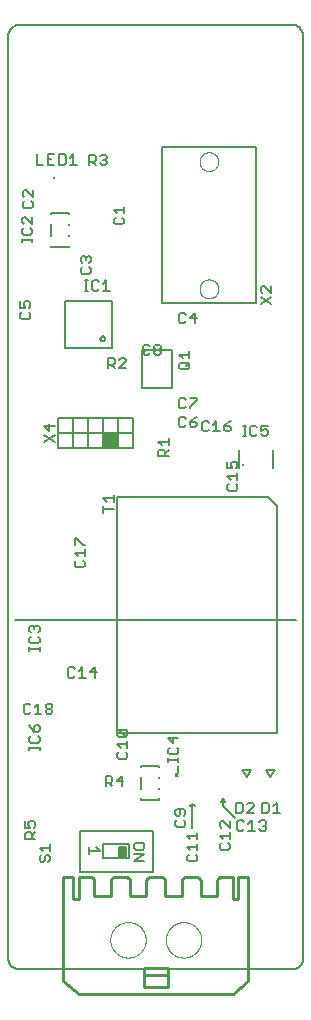
<source format=gto>
G75*
%MOIN*%
%OFA0B0*%
%FSLAX25Y25*%
%IPPOS*%
%LPD*%
%AMOC8*
5,1,8,0,0,1.08239X$1,22.5*
%
%ADD10C,0.00787*%
%ADD11C,0.00500*%
%ADD12C,0.00000*%
%ADD13C,0.00600*%
%ADD14C,0.01000*%
%ADD15R,0.05000X0.05000*%
%ADD16C,0.00787*%
%ADD17R,0.00787X0.00787*%
D10*
X0007362Y0126303D02*
X0101063Y0126303D01*
X0076654Y0064098D02*
X0080591Y0060161D01*
X0077441Y0065673D02*
X0076654Y0066461D01*
X0075866Y0065673D01*
X0076654Y0066461D02*
X0076654Y0064098D01*
X0067205Y0064098D02*
X0066417Y0064886D01*
X0065630Y0064098D01*
X0066417Y0064886D02*
X0066417Y0057012D01*
X0061693Y0074335D02*
X0060906Y0074335D01*
X0060906Y0075122D01*
X0061693Y0075122D02*
X0060906Y0074335D01*
X0061693Y0075122D02*
X0061693Y0077484D01*
X0056181Y0231815D02*
X0056181Y0283783D01*
X0087677Y0283783D01*
X0087677Y0231815D01*
X0056181Y0231815D01*
D11*
X0005000Y0320791D02*
X0005000Y0013705D01*
X0005002Y0013581D01*
X0005008Y0013458D01*
X0005017Y0013334D01*
X0005031Y0013212D01*
X0005048Y0013089D01*
X0005070Y0012967D01*
X0005095Y0012846D01*
X0005124Y0012726D01*
X0005156Y0012607D01*
X0005193Y0012488D01*
X0005233Y0012371D01*
X0005276Y0012256D01*
X0005324Y0012141D01*
X0005375Y0012029D01*
X0005429Y0011918D01*
X0005487Y0011808D01*
X0005548Y0011701D01*
X0005613Y0011595D01*
X0005681Y0011492D01*
X0005752Y0011391D01*
X0005826Y0011292D01*
X0005903Y0011195D01*
X0005984Y0011101D01*
X0006067Y0011010D01*
X0006153Y0010921D01*
X0006242Y0010835D01*
X0006333Y0010752D01*
X0006427Y0010671D01*
X0006524Y0010594D01*
X0006623Y0010520D01*
X0006724Y0010449D01*
X0006827Y0010381D01*
X0006933Y0010316D01*
X0007040Y0010255D01*
X0007150Y0010197D01*
X0007261Y0010143D01*
X0007373Y0010092D01*
X0007488Y0010044D01*
X0007603Y0010001D01*
X0007720Y0009961D01*
X0007839Y0009924D01*
X0007958Y0009892D01*
X0008078Y0009863D01*
X0008199Y0009838D01*
X0008321Y0009816D01*
X0008444Y0009799D01*
X0008566Y0009785D01*
X0008690Y0009776D01*
X0008813Y0009770D01*
X0008937Y0009768D01*
X0099488Y0009768D01*
X0099612Y0009770D01*
X0099735Y0009776D01*
X0099859Y0009785D01*
X0099981Y0009799D01*
X0100104Y0009816D01*
X0100226Y0009838D01*
X0100347Y0009863D01*
X0100467Y0009892D01*
X0100586Y0009924D01*
X0100705Y0009961D01*
X0100822Y0010001D01*
X0100937Y0010044D01*
X0101052Y0010092D01*
X0101164Y0010143D01*
X0101275Y0010197D01*
X0101385Y0010255D01*
X0101492Y0010316D01*
X0101598Y0010381D01*
X0101701Y0010449D01*
X0101802Y0010520D01*
X0101901Y0010594D01*
X0101998Y0010671D01*
X0102092Y0010752D01*
X0102183Y0010835D01*
X0102272Y0010921D01*
X0102358Y0011010D01*
X0102441Y0011101D01*
X0102522Y0011195D01*
X0102599Y0011292D01*
X0102673Y0011391D01*
X0102744Y0011492D01*
X0102812Y0011595D01*
X0102877Y0011701D01*
X0102938Y0011808D01*
X0102996Y0011918D01*
X0103050Y0012029D01*
X0103101Y0012141D01*
X0103149Y0012256D01*
X0103192Y0012371D01*
X0103232Y0012488D01*
X0103269Y0012607D01*
X0103301Y0012726D01*
X0103330Y0012846D01*
X0103355Y0012967D01*
X0103377Y0013089D01*
X0103394Y0013212D01*
X0103408Y0013334D01*
X0103417Y0013458D01*
X0103423Y0013581D01*
X0103425Y0013705D01*
X0103425Y0320791D01*
X0103423Y0320915D01*
X0103417Y0321038D01*
X0103408Y0321162D01*
X0103394Y0321284D01*
X0103377Y0321407D01*
X0103355Y0321529D01*
X0103330Y0321650D01*
X0103301Y0321770D01*
X0103269Y0321889D01*
X0103232Y0322008D01*
X0103192Y0322125D01*
X0103149Y0322240D01*
X0103101Y0322355D01*
X0103050Y0322467D01*
X0102996Y0322578D01*
X0102938Y0322688D01*
X0102877Y0322795D01*
X0102812Y0322901D01*
X0102744Y0323004D01*
X0102673Y0323105D01*
X0102599Y0323204D01*
X0102522Y0323301D01*
X0102441Y0323395D01*
X0102358Y0323486D01*
X0102272Y0323575D01*
X0102183Y0323661D01*
X0102092Y0323744D01*
X0101998Y0323825D01*
X0101901Y0323902D01*
X0101802Y0323976D01*
X0101701Y0324047D01*
X0101598Y0324115D01*
X0101492Y0324180D01*
X0101385Y0324241D01*
X0101275Y0324299D01*
X0101164Y0324353D01*
X0101052Y0324404D01*
X0100937Y0324452D01*
X0100822Y0324495D01*
X0100705Y0324535D01*
X0100586Y0324572D01*
X0100467Y0324604D01*
X0100347Y0324633D01*
X0100226Y0324658D01*
X0100104Y0324680D01*
X0099981Y0324697D01*
X0099859Y0324711D01*
X0099735Y0324720D01*
X0099612Y0324726D01*
X0099488Y0324728D01*
X0008937Y0324728D01*
X0008813Y0324726D01*
X0008690Y0324720D01*
X0008566Y0324711D01*
X0008444Y0324697D01*
X0008321Y0324680D01*
X0008199Y0324658D01*
X0008078Y0324633D01*
X0007958Y0324604D01*
X0007839Y0324572D01*
X0007720Y0324535D01*
X0007603Y0324495D01*
X0007488Y0324452D01*
X0007373Y0324404D01*
X0007261Y0324353D01*
X0007150Y0324299D01*
X0007040Y0324241D01*
X0006933Y0324180D01*
X0006827Y0324115D01*
X0006724Y0324047D01*
X0006623Y0323976D01*
X0006524Y0323902D01*
X0006427Y0323825D01*
X0006333Y0323744D01*
X0006242Y0323661D01*
X0006153Y0323575D01*
X0006067Y0323486D01*
X0005984Y0323395D01*
X0005903Y0323301D01*
X0005826Y0323204D01*
X0005752Y0323105D01*
X0005681Y0323004D01*
X0005613Y0322901D01*
X0005548Y0322795D01*
X0005487Y0322688D01*
X0005429Y0322578D01*
X0005375Y0322467D01*
X0005324Y0322355D01*
X0005276Y0322240D01*
X0005233Y0322125D01*
X0005193Y0322008D01*
X0005156Y0321889D01*
X0005124Y0321770D01*
X0005095Y0321650D01*
X0005070Y0321529D01*
X0005048Y0321407D01*
X0005031Y0321284D01*
X0005017Y0321162D01*
X0005008Y0321038D01*
X0005002Y0320915D01*
X0005000Y0320791D01*
X0023898Y0232602D02*
X0039646Y0232602D01*
X0039646Y0216854D01*
X0023898Y0216854D01*
X0023898Y0232602D01*
X0035709Y0220004D02*
X0035711Y0220060D01*
X0035717Y0220115D01*
X0035727Y0220169D01*
X0035740Y0220223D01*
X0035758Y0220276D01*
X0035779Y0220327D01*
X0035803Y0220377D01*
X0035831Y0220425D01*
X0035863Y0220471D01*
X0035897Y0220515D01*
X0035935Y0220556D01*
X0035975Y0220594D01*
X0036018Y0220629D01*
X0036063Y0220661D01*
X0036111Y0220690D01*
X0036160Y0220716D01*
X0036211Y0220738D01*
X0036263Y0220756D01*
X0036317Y0220770D01*
X0036372Y0220781D01*
X0036427Y0220788D01*
X0036482Y0220791D01*
X0036538Y0220790D01*
X0036593Y0220785D01*
X0036648Y0220776D01*
X0036702Y0220764D01*
X0036755Y0220747D01*
X0036807Y0220727D01*
X0036857Y0220703D01*
X0036905Y0220676D01*
X0036952Y0220646D01*
X0036996Y0220612D01*
X0037038Y0220575D01*
X0037076Y0220535D01*
X0037113Y0220493D01*
X0037146Y0220448D01*
X0037175Y0220402D01*
X0037202Y0220353D01*
X0037224Y0220302D01*
X0037244Y0220250D01*
X0037259Y0220196D01*
X0037271Y0220142D01*
X0037279Y0220087D01*
X0037283Y0220032D01*
X0037283Y0219976D01*
X0037279Y0219921D01*
X0037271Y0219866D01*
X0037259Y0219812D01*
X0037244Y0219758D01*
X0037224Y0219706D01*
X0037202Y0219655D01*
X0037175Y0219606D01*
X0037146Y0219560D01*
X0037113Y0219515D01*
X0037076Y0219473D01*
X0037038Y0219433D01*
X0036996Y0219396D01*
X0036952Y0219362D01*
X0036905Y0219332D01*
X0036857Y0219305D01*
X0036807Y0219281D01*
X0036755Y0219261D01*
X0036702Y0219244D01*
X0036648Y0219232D01*
X0036593Y0219223D01*
X0036538Y0219218D01*
X0036482Y0219217D01*
X0036427Y0219220D01*
X0036372Y0219227D01*
X0036317Y0219238D01*
X0036263Y0219252D01*
X0036211Y0219270D01*
X0036160Y0219292D01*
X0036111Y0219318D01*
X0036063Y0219347D01*
X0036018Y0219379D01*
X0035975Y0219414D01*
X0035935Y0219452D01*
X0035897Y0219493D01*
X0035863Y0219537D01*
X0035831Y0219583D01*
X0035803Y0219631D01*
X0035779Y0219681D01*
X0035758Y0219732D01*
X0035740Y0219785D01*
X0035727Y0219839D01*
X0035717Y0219893D01*
X0035711Y0219948D01*
X0035709Y0220004D01*
X0036768Y0193508D02*
X0031768Y0193508D01*
X0031768Y0183508D01*
X0026768Y0183508D01*
X0026768Y0193508D01*
X0031768Y0193508D01*
X0031768Y0183508D02*
X0036768Y0183508D01*
X0036768Y0193508D01*
X0041768Y0193508D01*
X0041768Y0183508D01*
X0036768Y0183508D01*
X0041768Y0183508D02*
X0046768Y0183508D01*
X0046768Y0188508D01*
X0021768Y0188508D01*
X0021768Y0193508D01*
X0026768Y0193508D01*
X0026768Y0183508D02*
X0021768Y0183508D01*
X0021768Y0188508D01*
X0041768Y0193508D02*
X0046768Y0193508D01*
X0046768Y0188508D01*
X0049685Y0203469D02*
X0049685Y0214689D01*
X0051063Y0216067D01*
X0059528Y0216067D01*
X0059528Y0203469D01*
X0049685Y0203469D01*
X0049685Y0214689D02*
X0049685Y0216067D01*
X0051063Y0216067D01*
X0041417Y0167248D02*
X0091614Y0167248D01*
X0094567Y0164295D01*
X0094567Y0088508D01*
X0041417Y0088508D01*
X0041417Y0167248D01*
X0053425Y0055988D02*
X0029016Y0055988D01*
X0029016Y0042287D01*
X0053425Y0042287D01*
X0053425Y0055988D01*
X0045157Y0051500D02*
X0045157Y0046776D01*
X0036496Y0046776D01*
X0036496Y0051500D01*
X0045157Y0051500D01*
X0044370Y0050713D02*
X0042008Y0050713D01*
X0042008Y0047563D01*
X0044370Y0047563D01*
X0044370Y0050713D01*
X0044370Y0050646D02*
X0042008Y0050646D01*
X0042008Y0050147D02*
X0044370Y0050147D01*
X0044370Y0049649D02*
X0042008Y0049649D01*
X0042008Y0049150D02*
X0044370Y0049150D01*
X0044370Y0048652D02*
X0042008Y0048652D01*
X0042008Y0048153D02*
X0044370Y0048153D01*
X0044370Y0047655D02*
X0042008Y0047655D01*
D12*
X0039055Y0019610D02*
X0039057Y0019763D01*
X0039063Y0019917D01*
X0039073Y0020070D01*
X0039087Y0020222D01*
X0039105Y0020375D01*
X0039127Y0020526D01*
X0039152Y0020677D01*
X0039182Y0020828D01*
X0039216Y0020978D01*
X0039253Y0021126D01*
X0039294Y0021274D01*
X0039339Y0021420D01*
X0039388Y0021566D01*
X0039441Y0021710D01*
X0039497Y0021852D01*
X0039557Y0021993D01*
X0039621Y0022133D01*
X0039688Y0022271D01*
X0039759Y0022407D01*
X0039834Y0022541D01*
X0039911Y0022673D01*
X0039993Y0022803D01*
X0040077Y0022931D01*
X0040165Y0023057D01*
X0040256Y0023180D01*
X0040350Y0023301D01*
X0040448Y0023419D01*
X0040548Y0023535D01*
X0040652Y0023648D01*
X0040758Y0023759D01*
X0040867Y0023867D01*
X0040979Y0023972D01*
X0041093Y0024073D01*
X0041211Y0024172D01*
X0041330Y0024268D01*
X0041452Y0024361D01*
X0041577Y0024450D01*
X0041704Y0024537D01*
X0041833Y0024619D01*
X0041964Y0024699D01*
X0042097Y0024775D01*
X0042232Y0024848D01*
X0042369Y0024917D01*
X0042508Y0024982D01*
X0042648Y0025044D01*
X0042790Y0025102D01*
X0042933Y0025157D01*
X0043078Y0025208D01*
X0043224Y0025255D01*
X0043371Y0025298D01*
X0043519Y0025337D01*
X0043668Y0025373D01*
X0043818Y0025404D01*
X0043969Y0025432D01*
X0044120Y0025456D01*
X0044273Y0025476D01*
X0044425Y0025492D01*
X0044578Y0025504D01*
X0044731Y0025512D01*
X0044884Y0025516D01*
X0045038Y0025516D01*
X0045191Y0025512D01*
X0045344Y0025504D01*
X0045497Y0025492D01*
X0045649Y0025476D01*
X0045802Y0025456D01*
X0045953Y0025432D01*
X0046104Y0025404D01*
X0046254Y0025373D01*
X0046403Y0025337D01*
X0046551Y0025298D01*
X0046698Y0025255D01*
X0046844Y0025208D01*
X0046989Y0025157D01*
X0047132Y0025102D01*
X0047274Y0025044D01*
X0047414Y0024982D01*
X0047553Y0024917D01*
X0047690Y0024848D01*
X0047825Y0024775D01*
X0047958Y0024699D01*
X0048089Y0024619D01*
X0048218Y0024537D01*
X0048345Y0024450D01*
X0048470Y0024361D01*
X0048592Y0024268D01*
X0048711Y0024172D01*
X0048829Y0024073D01*
X0048943Y0023972D01*
X0049055Y0023867D01*
X0049164Y0023759D01*
X0049270Y0023648D01*
X0049374Y0023535D01*
X0049474Y0023419D01*
X0049572Y0023301D01*
X0049666Y0023180D01*
X0049757Y0023057D01*
X0049845Y0022931D01*
X0049929Y0022803D01*
X0050011Y0022673D01*
X0050088Y0022541D01*
X0050163Y0022407D01*
X0050234Y0022271D01*
X0050301Y0022133D01*
X0050365Y0021993D01*
X0050425Y0021852D01*
X0050481Y0021710D01*
X0050534Y0021566D01*
X0050583Y0021420D01*
X0050628Y0021274D01*
X0050669Y0021126D01*
X0050706Y0020978D01*
X0050740Y0020828D01*
X0050770Y0020677D01*
X0050795Y0020526D01*
X0050817Y0020375D01*
X0050835Y0020222D01*
X0050849Y0020070D01*
X0050859Y0019917D01*
X0050865Y0019763D01*
X0050867Y0019610D01*
X0050865Y0019457D01*
X0050859Y0019303D01*
X0050849Y0019150D01*
X0050835Y0018998D01*
X0050817Y0018845D01*
X0050795Y0018694D01*
X0050770Y0018543D01*
X0050740Y0018392D01*
X0050706Y0018242D01*
X0050669Y0018094D01*
X0050628Y0017946D01*
X0050583Y0017800D01*
X0050534Y0017654D01*
X0050481Y0017510D01*
X0050425Y0017368D01*
X0050365Y0017227D01*
X0050301Y0017087D01*
X0050234Y0016949D01*
X0050163Y0016813D01*
X0050088Y0016679D01*
X0050011Y0016547D01*
X0049929Y0016417D01*
X0049845Y0016289D01*
X0049757Y0016163D01*
X0049666Y0016040D01*
X0049572Y0015919D01*
X0049474Y0015801D01*
X0049374Y0015685D01*
X0049270Y0015572D01*
X0049164Y0015461D01*
X0049055Y0015353D01*
X0048943Y0015248D01*
X0048829Y0015147D01*
X0048711Y0015048D01*
X0048592Y0014952D01*
X0048470Y0014859D01*
X0048345Y0014770D01*
X0048218Y0014683D01*
X0048089Y0014601D01*
X0047958Y0014521D01*
X0047825Y0014445D01*
X0047690Y0014372D01*
X0047553Y0014303D01*
X0047414Y0014238D01*
X0047274Y0014176D01*
X0047132Y0014118D01*
X0046989Y0014063D01*
X0046844Y0014012D01*
X0046698Y0013965D01*
X0046551Y0013922D01*
X0046403Y0013883D01*
X0046254Y0013847D01*
X0046104Y0013816D01*
X0045953Y0013788D01*
X0045802Y0013764D01*
X0045649Y0013744D01*
X0045497Y0013728D01*
X0045344Y0013716D01*
X0045191Y0013708D01*
X0045038Y0013704D01*
X0044884Y0013704D01*
X0044731Y0013708D01*
X0044578Y0013716D01*
X0044425Y0013728D01*
X0044273Y0013744D01*
X0044120Y0013764D01*
X0043969Y0013788D01*
X0043818Y0013816D01*
X0043668Y0013847D01*
X0043519Y0013883D01*
X0043371Y0013922D01*
X0043224Y0013965D01*
X0043078Y0014012D01*
X0042933Y0014063D01*
X0042790Y0014118D01*
X0042648Y0014176D01*
X0042508Y0014238D01*
X0042369Y0014303D01*
X0042232Y0014372D01*
X0042097Y0014445D01*
X0041964Y0014521D01*
X0041833Y0014601D01*
X0041704Y0014683D01*
X0041577Y0014770D01*
X0041452Y0014859D01*
X0041330Y0014952D01*
X0041211Y0015048D01*
X0041093Y0015147D01*
X0040979Y0015248D01*
X0040867Y0015353D01*
X0040758Y0015461D01*
X0040652Y0015572D01*
X0040548Y0015685D01*
X0040448Y0015801D01*
X0040350Y0015919D01*
X0040256Y0016040D01*
X0040165Y0016163D01*
X0040077Y0016289D01*
X0039993Y0016417D01*
X0039911Y0016547D01*
X0039834Y0016679D01*
X0039759Y0016813D01*
X0039688Y0016949D01*
X0039621Y0017087D01*
X0039557Y0017227D01*
X0039497Y0017368D01*
X0039441Y0017510D01*
X0039388Y0017654D01*
X0039339Y0017800D01*
X0039294Y0017946D01*
X0039253Y0018094D01*
X0039216Y0018242D01*
X0039182Y0018392D01*
X0039152Y0018543D01*
X0039127Y0018694D01*
X0039105Y0018845D01*
X0039087Y0018998D01*
X0039073Y0019150D01*
X0039063Y0019303D01*
X0039057Y0019457D01*
X0039055Y0019610D01*
X0057559Y0019610D02*
X0057561Y0019763D01*
X0057567Y0019917D01*
X0057577Y0020070D01*
X0057591Y0020222D01*
X0057609Y0020375D01*
X0057631Y0020526D01*
X0057656Y0020677D01*
X0057686Y0020828D01*
X0057720Y0020978D01*
X0057757Y0021126D01*
X0057798Y0021274D01*
X0057843Y0021420D01*
X0057892Y0021566D01*
X0057945Y0021710D01*
X0058001Y0021852D01*
X0058061Y0021993D01*
X0058125Y0022133D01*
X0058192Y0022271D01*
X0058263Y0022407D01*
X0058338Y0022541D01*
X0058415Y0022673D01*
X0058497Y0022803D01*
X0058581Y0022931D01*
X0058669Y0023057D01*
X0058760Y0023180D01*
X0058854Y0023301D01*
X0058952Y0023419D01*
X0059052Y0023535D01*
X0059156Y0023648D01*
X0059262Y0023759D01*
X0059371Y0023867D01*
X0059483Y0023972D01*
X0059597Y0024073D01*
X0059715Y0024172D01*
X0059834Y0024268D01*
X0059956Y0024361D01*
X0060081Y0024450D01*
X0060208Y0024537D01*
X0060337Y0024619D01*
X0060468Y0024699D01*
X0060601Y0024775D01*
X0060736Y0024848D01*
X0060873Y0024917D01*
X0061012Y0024982D01*
X0061152Y0025044D01*
X0061294Y0025102D01*
X0061437Y0025157D01*
X0061582Y0025208D01*
X0061728Y0025255D01*
X0061875Y0025298D01*
X0062023Y0025337D01*
X0062172Y0025373D01*
X0062322Y0025404D01*
X0062473Y0025432D01*
X0062624Y0025456D01*
X0062777Y0025476D01*
X0062929Y0025492D01*
X0063082Y0025504D01*
X0063235Y0025512D01*
X0063388Y0025516D01*
X0063542Y0025516D01*
X0063695Y0025512D01*
X0063848Y0025504D01*
X0064001Y0025492D01*
X0064153Y0025476D01*
X0064306Y0025456D01*
X0064457Y0025432D01*
X0064608Y0025404D01*
X0064758Y0025373D01*
X0064907Y0025337D01*
X0065055Y0025298D01*
X0065202Y0025255D01*
X0065348Y0025208D01*
X0065493Y0025157D01*
X0065636Y0025102D01*
X0065778Y0025044D01*
X0065918Y0024982D01*
X0066057Y0024917D01*
X0066194Y0024848D01*
X0066329Y0024775D01*
X0066462Y0024699D01*
X0066593Y0024619D01*
X0066722Y0024537D01*
X0066849Y0024450D01*
X0066974Y0024361D01*
X0067096Y0024268D01*
X0067215Y0024172D01*
X0067333Y0024073D01*
X0067447Y0023972D01*
X0067559Y0023867D01*
X0067668Y0023759D01*
X0067774Y0023648D01*
X0067878Y0023535D01*
X0067978Y0023419D01*
X0068076Y0023301D01*
X0068170Y0023180D01*
X0068261Y0023057D01*
X0068349Y0022931D01*
X0068433Y0022803D01*
X0068515Y0022673D01*
X0068592Y0022541D01*
X0068667Y0022407D01*
X0068738Y0022271D01*
X0068805Y0022133D01*
X0068869Y0021993D01*
X0068929Y0021852D01*
X0068985Y0021710D01*
X0069038Y0021566D01*
X0069087Y0021420D01*
X0069132Y0021274D01*
X0069173Y0021126D01*
X0069210Y0020978D01*
X0069244Y0020828D01*
X0069274Y0020677D01*
X0069299Y0020526D01*
X0069321Y0020375D01*
X0069339Y0020222D01*
X0069353Y0020070D01*
X0069363Y0019917D01*
X0069369Y0019763D01*
X0069371Y0019610D01*
X0069369Y0019457D01*
X0069363Y0019303D01*
X0069353Y0019150D01*
X0069339Y0018998D01*
X0069321Y0018845D01*
X0069299Y0018694D01*
X0069274Y0018543D01*
X0069244Y0018392D01*
X0069210Y0018242D01*
X0069173Y0018094D01*
X0069132Y0017946D01*
X0069087Y0017800D01*
X0069038Y0017654D01*
X0068985Y0017510D01*
X0068929Y0017368D01*
X0068869Y0017227D01*
X0068805Y0017087D01*
X0068738Y0016949D01*
X0068667Y0016813D01*
X0068592Y0016679D01*
X0068515Y0016547D01*
X0068433Y0016417D01*
X0068349Y0016289D01*
X0068261Y0016163D01*
X0068170Y0016040D01*
X0068076Y0015919D01*
X0067978Y0015801D01*
X0067878Y0015685D01*
X0067774Y0015572D01*
X0067668Y0015461D01*
X0067559Y0015353D01*
X0067447Y0015248D01*
X0067333Y0015147D01*
X0067215Y0015048D01*
X0067096Y0014952D01*
X0066974Y0014859D01*
X0066849Y0014770D01*
X0066722Y0014683D01*
X0066593Y0014601D01*
X0066462Y0014521D01*
X0066329Y0014445D01*
X0066194Y0014372D01*
X0066057Y0014303D01*
X0065918Y0014238D01*
X0065778Y0014176D01*
X0065636Y0014118D01*
X0065493Y0014063D01*
X0065348Y0014012D01*
X0065202Y0013965D01*
X0065055Y0013922D01*
X0064907Y0013883D01*
X0064758Y0013847D01*
X0064608Y0013816D01*
X0064457Y0013788D01*
X0064306Y0013764D01*
X0064153Y0013744D01*
X0064001Y0013728D01*
X0063848Y0013716D01*
X0063695Y0013708D01*
X0063542Y0013704D01*
X0063388Y0013704D01*
X0063235Y0013708D01*
X0063082Y0013716D01*
X0062929Y0013728D01*
X0062777Y0013744D01*
X0062624Y0013764D01*
X0062473Y0013788D01*
X0062322Y0013816D01*
X0062172Y0013847D01*
X0062023Y0013883D01*
X0061875Y0013922D01*
X0061728Y0013965D01*
X0061582Y0014012D01*
X0061437Y0014063D01*
X0061294Y0014118D01*
X0061152Y0014176D01*
X0061012Y0014238D01*
X0060873Y0014303D01*
X0060736Y0014372D01*
X0060601Y0014445D01*
X0060468Y0014521D01*
X0060337Y0014601D01*
X0060208Y0014683D01*
X0060081Y0014770D01*
X0059956Y0014859D01*
X0059834Y0014952D01*
X0059715Y0015048D01*
X0059597Y0015147D01*
X0059483Y0015248D01*
X0059371Y0015353D01*
X0059262Y0015461D01*
X0059156Y0015572D01*
X0059052Y0015685D01*
X0058952Y0015801D01*
X0058854Y0015919D01*
X0058760Y0016040D01*
X0058669Y0016163D01*
X0058581Y0016289D01*
X0058497Y0016417D01*
X0058415Y0016547D01*
X0058338Y0016679D01*
X0058263Y0016813D01*
X0058192Y0016949D01*
X0058125Y0017087D01*
X0058061Y0017227D01*
X0058001Y0017368D01*
X0057945Y0017510D01*
X0057892Y0017654D01*
X0057843Y0017800D01*
X0057798Y0017946D01*
X0057757Y0018094D01*
X0057720Y0018242D01*
X0057686Y0018392D01*
X0057656Y0018543D01*
X0057631Y0018694D01*
X0057609Y0018845D01*
X0057591Y0018998D01*
X0057577Y0019150D01*
X0057567Y0019303D01*
X0057561Y0019457D01*
X0057559Y0019610D01*
X0068779Y0236598D02*
X0068781Y0236710D01*
X0068787Y0236821D01*
X0068797Y0236933D01*
X0068811Y0237044D01*
X0068828Y0237154D01*
X0068850Y0237264D01*
X0068876Y0237373D01*
X0068905Y0237481D01*
X0068938Y0237587D01*
X0068975Y0237693D01*
X0069016Y0237797D01*
X0069061Y0237900D01*
X0069109Y0238001D01*
X0069160Y0238100D01*
X0069215Y0238197D01*
X0069274Y0238292D01*
X0069335Y0238386D01*
X0069400Y0238477D01*
X0069469Y0238565D01*
X0069540Y0238651D01*
X0069614Y0238735D01*
X0069692Y0238815D01*
X0069772Y0238893D01*
X0069855Y0238969D01*
X0069940Y0239041D01*
X0070028Y0239110D01*
X0070118Y0239176D01*
X0070211Y0239238D01*
X0070306Y0239298D01*
X0070403Y0239354D01*
X0070501Y0239406D01*
X0070602Y0239455D01*
X0070704Y0239500D01*
X0070808Y0239542D01*
X0070913Y0239580D01*
X0071020Y0239614D01*
X0071127Y0239644D01*
X0071236Y0239671D01*
X0071345Y0239693D01*
X0071456Y0239712D01*
X0071566Y0239727D01*
X0071678Y0239738D01*
X0071789Y0239745D01*
X0071901Y0239748D01*
X0072013Y0239747D01*
X0072125Y0239742D01*
X0072236Y0239733D01*
X0072347Y0239720D01*
X0072458Y0239703D01*
X0072568Y0239683D01*
X0072677Y0239658D01*
X0072785Y0239630D01*
X0072892Y0239597D01*
X0072998Y0239561D01*
X0073102Y0239521D01*
X0073205Y0239478D01*
X0073307Y0239431D01*
X0073406Y0239380D01*
X0073504Y0239326D01*
X0073600Y0239268D01*
X0073694Y0239207D01*
X0073785Y0239143D01*
X0073874Y0239076D01*
X0073961Y0239005D01*
X0074045Y0238931D01*
X0074127Y0238855D01*
X0074205Y0238775D01*
X0074281Y0238693D01*
X0074354Y0238608D01*
X0074424Y0238521D01*
X0074490Y0238431D01*
X0074554Y0238339D01*
X0074614Y0238245D01*
X0074671Y0238149D01*
X0074724Y0238050D01*
X0074774Y0237950D01*
X0074820Y0237849D01*
X0074863Y0237745D01*
X0074902Y0237640D01*
X0074937Y0237534D01*
X0074968Y0237427D01*
X0074996Y0237318D01*
X0075019Y0237209D01*
X0075039Y0237099D01*
X0075055Y0236988D01*
X0075067Y0236877D01*
X0075075Y0236766D01*
X0075079Y0236654D01*
X0075079Y0236542D01*
X0075075Y0236430D01*
X0075067Y0236319D01*
X0075055Y0236208D01*
X0075039Y0236097D01*
X0075019Y0235987D01*
X0074996Y0235878D01*
X0074968Y0235769D01*
X0074937Y0235662D01*
X0074902Y0235556D01*
X0074863Y0235451D01*
X0074820Y0235347D01*
X0074774Y0235246D01*
X0074724Y0235146D01*
X0074671Y0235047D01*
X0074614Y0234951D01*
X0074554Y0234857D01*
X0074490Y0234765D01*
X0074424Y0234675D01*
X0074354Y0234588D01*
X0074281Y0234503D01*
X0074205Y0234421D01*
X0074127Y0234341D01*
X0074045Y0234265D01*
X0073961Y0234191D01*
X0073874Y0234120D01*
X0073785Y0234053D01*
X0073694Y0233989D01*
X0073600Y0233928D01*
X0073504Y0233870D01*
X0073406Y0233816D01*
X0073307Y0233765D01*
X0073205Y0233718D01*
X0073102Y0233675D01*
X0072998Y0233635D01*
X0072892Y0233599D01*
X0072785Y0233566D01*
X0072677Y0233538D01*
X0072568Y0233513D01*
X0072458Y0233493D01*
X0072347Y0233476D01*
X0072236Y0233463D01*
X0072125Y0233454D01*
X0072013Y0233449D01*
X0071901Y0233448D01*
X0071789Y0233451D01*
X0071678Y0233458D01*
X0071566Y0233469D01*
X0071456Y0233484D01*
X0071345Y0233503D01*
X0071236Y0233525D01*
X0071127Y0233552D01*
X0071020Y0233582D01*
X0070913Y0233616D01*
X0070808Y0233654D01*
X0070704Y0233696D01*
X0070602Y0233741D01*
X0070501Y0233790D01*
X0070403Y0233842D01*
X0070306Y0233898D01*
X0070211Y0233958D01*
X0070118Y0234020D01*
X0070028Y0234086D01*
X0069940Y0234155D01*
X0069855Y0234227D01*
X0069772Y0234303D01*
X0069692Y0234381D01*
X0069614Y0234461D01*
X0069540Y0234545D01*
X0069469Y0234631D01*
X0069400Y0234719D01*
X0069335Y0234810D01*
X0069274Y0234904D01*
X0069215Y0234999D01*
X0069160Y0235096D01*
X0069109Y0235195D01*
X0069061Y0235296D01*
X0069016Y0235399D01*
X0068975Y0235503D01*
X0068938Y0235609D01*
X0068905Y0235715D01*
X0068876Y0235823D01*
X0068850Y0235932D01*
X0068828Y0236042D01*
X0068811Y0236152D01*
X0068797Y0236263D01*
X0068787Y0236375D01*
X0068781Y0236486D01*
X0068779Y0236598D01*
X0068781Y0236710D01*
X0068787Y0236821D01*
X0068797Y0236933D01*
X0068811Y0237044D01*
X0068828Y0237154D01*
X0068850Y0237264D01*
X0068876Y0237373D01*
X0068905Y0237481D01*
X0068938Y0237587D01*
X0068975Y0237693D01*
X0069016Y0237797D01*
X0069061Y0237900D01*
X0069109Y0238001D01*
X0069160Y0238100D01*
X0069215Y0238197D01*
X0069274Y0238292D01*
X0069335Y0238386D01*
X0069400Y0238477D01*
X0069469Y0238565D01*
X0069540Y0238651D01*
X0069614Y0238735D01*
X0069692Y0238815D01*
X0069772Y0238893D01*
X0069855Y0238969D01*
X0069940Y0239041D01*
X0070028Y0239110D01*
X0070118Y0239176D01*
X0070211Y0239238D01*
X0070306Y0239298D01*
X0070403Y0239354D01*
X0070501Y0239406D01*
X0070602Y0239455D01*
X0070704Y0239500D01*
X0070808Y0239542D01*
X0070913Y0239580D01*
X0071020Y0239614D01*
X0071127Y0239644D01*
X0071236Y0239671D01*
X0071345Y0239693D01*
X0071456Y0239712D01*
X0071566Y0239727D01*
X0071678Y0239738D01*
X0071789Y0239745D01*
X0071901Y0239748D01*
X0072013Y0239747D01*
X0072125Y0239742D01*
X0072236Y0239733D01*
X0072347Y0239720D01*
X0072458Y0239703D01*
X0072568Y0239683D01*
X0072677Y0239658D01*
X0072785Y0239630D01*
X0072892Y0239597D01*
X0072998Y0239561D01*
X0073102Y0239521D01*
X0073205Y0239478D01*
X0073307Y0239431D01*
X0073406Y0239380D01*
X0073504Y0239326D01*
X0073600Y0239268D01*
X0073694Y0239207D01*
X0073785Y0239143D01*
X0073874Y0239076D01*
X0073961Y0239005D01*
X0074045Y0238931D01*
X0074127Y0238855D01*
X0074205Y0238775D01*
X0074281Y0238693D01*
X0074354Y0238608D01*
X0074424Y0238521D01*
X0074490Y0238431D01*
X0074554Y0238339D01*
X0074614Y0238245D01*
X0074671Y0238149D01*
X0074724Y0238050D01*
X0074774Y0237950D01*
X0074820Y0237849D01*
X0074863Y0237745D01*
X0074902Y0237640D01*
X0074937Y0237534D01*
X0074968Y0237427D01*
X0074996Y0237318D01*
X0075019Y0237209D01*
X0075039Y0237099D01*
X0075055Y0236988D01*
X0075067Y0236877D01*
X0075075Y0236766D01*
X0075079Y0236654D01*
X0075079Y0236542D01*
X0075075Y0236430D01*
X0075067Y0236319D01*
X0075055Y0236208D01*
X0075039Y0236097D01*
X0075019Y0235987D01*
X0074996Y0235878D01*
X0074968Y0235769D01*
X0074937Y0235662D01*
X0074902Y0235556D01*
X0074863Y0235451D01*
X0074820Y0235347D01*
X0074774Y0235246D01*
X0074724Y0235146D01*
X0074671Y0235047D01*
X0074614Y0234951D01*
X0074554Y0234857D01*
X0074490Y0234765D01*
X0074424Y0234675D01*
X0074354Y0234588D01*
X0074281Y0234503D01*
X0074205Y0234421D01*
X0074127Y0234341D01*
X0074045Y0234265D01*
X0073961Y0234191D01*
X0073874Y0234120D01*
X0073785Y0234053D01*
X0073694Y0233989D01*
X0073600Y0233928D01*
X0073504Y0233870D01*
X0073406Y0233816D01*
X0073307Y0233765D01*
X0073205Y0233718D01*
X0073102Y0233675D01*
X0072998Y0233635D01*
X0072892Y0233599D01*
X0072785Y0233566D01*
X0072677Y0233538D01*
X0072568Y0233513D01*
X0072458Y0233493D01*
X0072347Y0233476D01*
X0072236Y0233463D01*
X0072125Y0233454D01*
X0072013Y0233449D01*
X0071901Y0233448D01*
X0071789Y0233451D01*
X0071678Y0233458D01*
X0071566Y0233469D01*
X0071456Y0233484D01*
X0071345Y0233503D01*
X0071236Y0233525D01*
X0071127Y0233552D01*
X0071020Y0233582D01*
X0070913Y0233616D01*
X0070808Y0233654D01*
X0070704Y0233696D01*
X0070602Y0233741D01*
X0070501Y0233790D01*
X0070403Y0233842D01*
X0070306Y0233898D01*
X0070211Y0233958D01*
X0070118Y0234020D01*
X0070028Y0234086D01*
X0069940Y0234155D01*
X0069855Y0234227D01*
X0069772Y0234303D01*
X0069692Y0234381D01*
X0069614Y0234461D01*
X0069540Y0234545D01*
X0069469Y0234631D01*
X0069400Y0234719D01*
X0069335Y0234810D01*
X0069274Y0234904D01*
X0069215Y0234999D01*
X0069160Y0235096D01*
X0069109Y0235195D01*
X0069061Y0235296D01*
X0069016Y0235399D01*
X0068975Y0235503D01*
X0068938Y0235609D01*
X0068905Y0235715D01*
X0068876Y0235823D01*
X0068850Y0235932D01*
X0068828Y0236042D01*
X0068811Y0236152D01*
X0068797Y0236263D01*
X0068787Y0236375D01*
X0068781Y0236486D01*
X0068779Y0236598D01*
X0068779Y0279000D02*
X0068781Y0279112D01*
X0068787Y0279223D01*
X0068797Y0279335D01*
X0068811Y0279446D01*
X0068828Y0279556D01*
X0068850Y0279666D01*
X0068876Y0279775D01*
X0068905Y0279883D01*
X0068938Y0279989D01*
X0068975Y0280095D01*
X0069016Y0280199D01*
X0069061Y0280302D01*
X0069109Y0280403D01*
X0069160Y0280502D01*
X0069215Y0280599D01*
X0069274Y0280694D01*
X0069335Y0280788D01*
X0069400Y0280879D01*
X0069469Y0280967D01*
X0069540Y0281053D01*
X0069614Y0281137D01*
X0069692Y0281217D01*
X0069772Y0281295D01*
X0069855Y0281371D01*
X0069940Y0281443D01*
X0070028Y0281512D01*
X0070118Y0281578D01*
X0070211Y0281640D01*
X0070306Y0281700D01*
X0070403Y0281756D01*
X0070501Y0281808D01*
X0070602Y0281857D01*
X0070704Y0281902D01*
X0070808Y0281944D01*
X0070913Y0281982D01*
X0071020Y0282016D01*
X0071127Y0282046D01*
X0071236Y0282073D01*
X0071345Y0282095D01*
X0071456Y0282114D01*
X0071566Y0282129D01*
X0071678Y0282140D01*
X0071789Y0282147D01*
X0071901Y0282150D01*
X0072013Y0282149D01*
X0072125Y0282144D01*
X0072236Y0282135D01*
X0072347Y0282122D01*
X0072458Y0282105D01*
X0072568Y0282085D01*
X0072677Y0282060D01*
X0072785Y0282032D01*
X0072892Y0281999D01*
X0072998Y0281963D01*
X0073102Y0281923D01*
X0073205Y0281880D01*
X0073307Y0281833D01*
X0073406Y0281782D01*
X0073504Y0281728D01*
X0073600Y0281670D01*
X0073694Y0281609D01*
X0073785Y0281545D01*
X0073874Y0281478D01*
X0073961Y0281407D01*
X0074045Y0281333D01*
X0074127Y0281257D01*
X0074205Y0281177D01*
X0074281Y0281095D01*
X0074354Y0281010D01*
X0074424Y0280923D01*
X0074490Y0280833D01*
X0074554Y0280741D01*
X0074614Y0280647D01*
X0074671Y0280551D01*
X0074724Y0280452D01*
X0074774Y0280352D01*
X0074820Y0280251D01*
X0074863Y0280147D01*
X0074902Y0280042D01*
X0074937Y0279936D01*
X0074968Y0279829D01*
X0074996Y0279720D01*
X0075019Y0279611D01*
X0075039Y0279501D01*
X0075055Y0279390D01*
X0075067Y0279279D01*
X0075075Y0279168D01*
X0075079Y0279056D01*
X0075079Y0278944D01*
X0075075Y0278832D01*
X0075067Y0278721D01*
X0075055Y0278610D01*
X0075039Y0278499D01*
X0075019Y0278389D01*
X0074996Y0278280D01*
X0074968Y0278171D01*
X0074937Y0278064D01*
X0074902Y0277958D01*
X0074863Y0277853D01*
X0074820Y0277749D01*
X0074774Y0277648D01*
X0074724Y0277548D01*
X0074671Y0277449D01*
X0074614Y0277353D01*
X0074554Y0277259D01*
X0074490Y0277167D01*
X0074424Y0277077D01*
X0074354Y0276990D01*
X0074281Y0276905D01*
X0074205Y0276823D01*
X0074127Y0276743D01*
X0074045Y0276667D01*
X0073961Y0276593D01*
X0073874Y0276522D01*
X0073785Y0276455D01*
X0073694Y0276391D01*
X0073600Y0276330D01*
X0073504Y0276272D01*
X0073406Y0276218D01*
X0073307Y0276167D01*
X0073205Y0276120D01*
X0073102Y0276077D01*
X0072998Y0276037D01*
X0072892Y0276001D01*
X0072785Y0275968D01*
X0072677Y0275940D01*
X0072568Y0275915D01*
X0072458Y0275895D01*
X0072347Y0275878D01*
X0072236Y0275865D01*
X0072125Y0275856D01*
X0072013Y0275851D01*
X0071901Y0275850D01*
X0071789Y0275853D01*
X0071678Y0275860D01*
X0071566Y0275871D01*
X0071456Y0275886D01*
X0071345Y0275905D01*
X0071236Y0275927D01*
X0071127Y0275954D01*
X0071020Y0275984D01*
X0070913Y0276018D01*
X0070808Y0276056D01*
X0070704Y0276098D01*
X0070602Y0276143D01*
X0070501Y0276192D01*
X0070403Y0276244D01*
X0070306Y0276300D01*
X0070211Y0276360D01*
X0070118Y0276422D01*
X0070028Y0276488D01*
X0069940Y0276557D01*
X0069855Y0276629D01*
X0069772Y0276705D01*
X0069692Y0276783D01*
X0069614Y0276863D01*
X0069540Y0276947D01*
X0069469Y0277033D01*
X0069400Y0277121D01*
X0069335Y0277212D01*
X0069274Y0277306D01*
X0069215Y0277401D01*
X0069160Y0277498D01*
X0069109Y0277597D01*
X0069061Y0277698D01*
X0069016Y0277801D01*
X0068975Y0277905D01*
X0068938Y0278011D01*
X0068905Y0278117D01*
X0068876Y0278225D01*
X0068850Y0278334D01*
X0068828Y0278444D01*
X0068811Y0278554D01*
X0068797Y0278665D01*
X0068787Y0278777D01*
X0068781Y0278888D01*
X0068779Y0279000D01*
X0068781Y0279112D01*
X0068787Y0279223D01*
X0068797Y0279335D01*
X0068811Y0279446D01*
X0068828Y0279556D01*
X0068850Y0279666D01*
X0068876Y0279775D01*
X0068905Y0279883D01*
X0068938Y0279989D01*
X0068975Y0280095D01*
X0069016Y0280199D01*
X0069061Y0280302D01*
X0069109Y0280403D01*
X0069160Y0280502D01*
X0069215Y0280599D01*
X0069274Y0280694D01*
X0069335Y0280788D01*
X0069400Y0280879D01*
X0069469Y0280967D01*
X0069540Y0281053D01*
X0069614Y0281137D01*
X0069692Y0281217D01*
X0069772Y0281295D01*
X0069855Y0281371D01*
X0069940Y0281443D01*
X0070028Y0281512D01*
X0070118Y0281578D01*
X0070211Y0281640D01*
X0070306Y0281700D01*
X0070403Y0281756D01*
X0070501Y0281808D01*
X0070602Y0281857D01*
X0070704Y0281902D01*
X0070808Y0281944D01*
X0070913Y0281982D01*
X0071020Y0282016D01*
X0071127Y0282046D01*
X0071236Y0282073D01*
X0071345Y0282095D01*
X0071456Y0282114D01*
X0071566Y0282129D01*
X0071678Y0282140D01*
X0071789Y0282147D01*
X0071901Y0282150D01*
X0072013Y0282149D01*
X0072125Y0282144D01*
X0072236Y0282135D01*
X0072347Y0282122D01*
X0072458Y0282105D01*
X0072568Y0282085D01*
X0072677Y0282060D01*
X0072785Y0282032D01*
X0072892Y0281999D01*
X0072998Y0281963D01*
X0073102Y0281923D01*
X0073205Y0281880D01*
X0073307Y0281833D01*
X0073406Y0281782D01*
X0073504Y0281728D01*
X0073600Y0281670D01*
X0073694Y0281609D01*
X0073785Y0281545D01*
X0073874Y0281478D01*
X0073961Y0281407D01*
X0074045Y0281333D01*
X0074127Y0281257D01*
X0074205Y0281177D01*
X0074281Y0281095D01*
X0074354Y0281010D01*
X0074424Y0280923D01*
X0074490Y0280833D01*
X0074554Y0280741D01*
X0074614Y0280647D01*
X0074671Y0280551D01*
X0074724Y0280452D01*
X0074774Y0280352D01*
X0074820Y0280251D01*
X0074863Y0280147D01*
X0074902Y0280042D01*
X0074937Y0279936D01*
X0074968Y0279829D01*
X0074996Y0279720D01*
X0075019Y0279611D01*
X0075039Y0279501D01*
X0075055Y0279390D01*
X0075067Y0279279D01*
X0075075Y0279168D01*
X0075079Y0279056D01*
X0075079Y0278944D01*
X0075075Y0278832D01*
X0075067Y0278721D01*
X0075055Y0278610D01*
X0075039Y0278499D01*
X0075019Y0278389D01*
X0074996Y0278280D01*
X0074968Y0278171D01*
X0074937Y0278064D01*
X0074902Y0277958D01*
X0074863Y0277853D01*
X0074820Y0277749D01*
X0074774Y0277648D01*
X0074724Y0277548D01*
X0074671Y0277449D01*
X0074614Y0277353D01*
X0074554Y0277259D01*
X0074490Y0277167D01*
X0074424Y0277077D01*
X0074354Y0276990D01*
X0074281Y0276905D01*
X0074205Y0276823D01*
X0074127Y0276743D01*
X0074045Y0276667D01*
X0073961Y0276593D01*
X0073874Y0276522D01*
X0073785Y0276455D01*
X0073694Y0276391D01*
X0073600Y0276330D01*
X0073504Y0276272D01*
X0073406Y0276218D01*
X0073307Y0276167D01*
X0073205Y0276120D01*
X0073102Y0276077D01*
X0072998Y0276037D01*
X0072892Y0276001D01*
X0072785Y0275968D01*
X0072677Y0275940D01*
X0072568Y0275915D01*
X0072458Y0275895D01*
X0072347Y0275878D01*
X0072236Y0275865D01*
X0072125Y0275856D01*
X0072013Y0275851D01*
X0071901Y0275850D01*
X0071789Y0275853D01*
X0071678Y0275860D01*
X0071566Y0275871D01*
X0071456Y0275886D01*
X0071345Y0275905D01*
X0071236Y0275927D01*
X0071127Y0275954D01*
X0071020Y0275984D01*
X0070913Y0276018D01*
X0070808Y0276056D01*
X0070704Y0276098D01*
X0070602Y0276143D01*
X0070501Y0276192D01*
X0070403Y0276244D01*
X0070306Y0276300D01*
X0070211Y0276360D01*
X0070118Y0276422D01*
X0070028Y0276488D01*
X0069940Y0276557D01*
X0069855Y0276629D01*
X0069772Y0276705D01*
X0069692Y0276783D01*
X0069614Y0276863D01*
X0069540Y0276947D01*
X0069469Y0277033D01*
X0069400Y0277121D01*
X0069335Y0277212D01*
X0069274Y0277306D01*
X0069215Y0277401D01*
X0069160Y0277498D01*
X0069109Y0277597D01*
X0069061Y0277698D01*
X0069016Y0277801D01*
X0068975Y0277905D01*
X0068938Y0278011D01*
X0068905Y0278117D01*
X0068876Y0278225D01*
X0068850Y0278334D01*
X0068828Y0278444D01*
X0068811Y0278554D01*
X0068797Y0278665D01*
X0068787Y0278777D01*
X0068781Y0278888D01*
X0068779Y0279000D01*
D13*
X0067240Y0228569D02*
X0065538Y0226868D01*
X0067807Y0226868D01*
X0067240Y0225166D02*
X0067240Y0228569D01*
X0064124Y0228002D02*
X0063557Y0228569D01*
X0062422Y0228569D01*
X0061855Y0228002D01*
X0061855Y0225733D01*
X0062422Y0225166D01*
X0063557Y0225166D01*
X0064124Y0225733D01*
X0065393Y0215740D02*
X0065393Y0213471D01*
X0065393Y0214605D02*
X0061990Y0214605D01*
X0063124Y0213471D01*
X0062557Y0212057D02*
X0064826Y0212057D01*
X0065393Y0211489D01*
X0065393Y0210355D01*
X0064826Y0209788D01*
X0062557Y0209788D01*
X0061990Y0210355D01*
X0061990Y0211489D01*
X0062557Y0212057D01*
X0064259Y0210922D02*
X0065393Y0212057D01*
X0065538Y0200223D02*
X0067807Y0200223D01*
X0067807Y0199655D01*
X0065538Y0197387D01*
X0065538Y0196820D01*
X0064124Y0197387D02*
X0063557Y0196820D01*
X0062422Y0196820D01*
X0061855Y0197387D01*
X0061855Y0199655D01*
X0062422Y0200223D01*
X0063557Y0200223D01*
X0064124Y0199655D01*
X0063557Y0193923D02*
X0062422Y0193923D01*
X0061855Y0193356D01*
X0061855Y0191088D01*
X0062422Y0190520D01*
X0063557Y0190520D01*
X0064124Y0191088D01*
X0065538Y0191088D02*
X0065538Y0192222D01*
X0067240Y0192222D01*
X0067807Y0191655D01*
X0067807Y0191088D01*
X0067240Y0190520D01*
X0066105Y0190520D01*
X0065538Y0191088D01*
X0065538Y0192222D02*
X0066673Y0193356D01*
X0067807Y0193923D01*
X0069591Y0191919D02*
X0069591Y0189651D01*
X0070158Y0189083D01*
X0071293Y0189083D01*
X0071860Y0189651D01*
X0073274Y0189083D02*
X0075543Y0189083D01*
X0074409Y0189083D02*
X0074409Y0192486D01*
X0073274Y0191352D01*
X0071860Y0191919D02*
X0071293Y0192486D01*
X0070158Y0192486D01*
X0069591Y0191919D01*
X0064124Y0193356D02*
X0063557Y0193923D01*
X0058444Y0186744D02*
X0058444Y0184475D01*
X0058444Y0185609D02*
X0055041Y0185609D01*
X0056175Y0184475D01*
X0055608Y0183061D02*
X0056743Y0183061D01*
X0057310Y0182493D01*
X0057310Y0180792D01*
X0058444Y0180792D02*
X0055041Y0180792D01*
X0055041Y0182493D01*
X0055608Y0183061D01*
X0057310Y0181926D02*
X0058444Y0183061D01*
X0055425Y0214591D02*
X0054290Y0214591D01*
X0053723Y0215158D01*
X0053723Y0215726D01*
X0054290Y0216293D01*
X0055425Y0216293D01*
X0055992Y0215726D01*
X0055992Y0215158D01*
X0055425Y0214591D01*
X0055425Y0216293D02*
X0055992Y0216860D01*
X0055992Y0217427D01*
X0055425Y0217994D01*
X0054290Y0217994D01*
X0053723Y0217427D01*
X0053723Y0216860D01*
X0054290Y0216293D01*
X0052309Y0217427D02*
X0051741Y0217994D01*
X0050607Y0217994D01*
X0050040Y0217427D01*
X0050040Y0215158D01*
X0050607Y0214591D01*
X0051741Y0214591D01*
X0052309Y0215158D01*
X0044185Y0213041D02*
X0043618Y0213608D01*
X0042483Y0213608D01*
X0041916Y0213041D01*
X0044185Y0212474D02*
X0041916Y0210206D01*
X0044185Y0210206D01*
X0044185Y0212474D02*
X0044185Y0213041D01*
X0040502Y0213041D02*
X0040502Y0211907D01*
X0039935Y0211340D01*
X0038233Y0211340D01*
X0039367Y0211340D02*
X0040502Y0210206D01*
X0040502Y0213041D02*
X0039935Y0213608D01*
X0038233Y0213608D01*
X0038233Y0210206D01*
X0037770Y0236052D02*
X0037770Y0239455D01*
X0036635Y0238321D01*
X0036635Y0236052D02*
X0038904Y0236052D01*
X0035221Y0236619D02*
X0034654Y0236052D01*
X0033519Y0236052D01*
X0032952Y0236619D01*
X0032952Y0238888D01*
X0033519Y0239455D01*
X0034654Y0239455D01*
X0035221Y0238888D01*
X0032030Y0241560D02*
X0032598Y0242127D01*
X0032598Y0243261D01*
X0032030Y0243828D01*
X0032030Y0245243D02*
X0032598Y0245810D01*
X0032598Y0246944D01*
X0032030Y0247511D01*
X0031463Y0247511D01*
X0030896Y0246944D01*
X0030896Y0246377D01*
X0030896Y0246944D02*
X0030329Y0247511D01*
X0029762Y0247511D01*
X0029195Y0246944D01*
X0029195Y0245810D01*
X0029762Y0245243D01*
X0029762Y0243828D02*
X0029195Y0243261D01*
X0029195Y0242127D01*
X0029762Y0241560D01*
X0032030Y0241560D01*
X0031631Y0239455D02*
X0030497Y0239455D01*
X0031064Y0239455D02*
X0031064Y0236052D01*
X0030497Y0236052D02*
X0031631Y0236052D01*
X0025413Y0250626D02*
X0025413Y0250996D01*
X0025413Y0250626D02*
X0019232Y0250626D01*
X0019232Y0250996D01*
X0019232Y0254169D02*
X0019232Y0258280D01*
X0019232Y0261453D02*
X0019232Y0261823D01*
X0025413Y0261823D01*
X0025413Y0261453D01*
X0025413Y0258280D02*
X0025413Y0257909D01*
X0025413Y0254539D02*
X0025413Y0254169D01*
X0025523Y0278060D02*
X0027791Y0278060D01*
X0026657Y0278060D02*
X0026657Y0281463D01*
X0025523Y0280328D01*
X0024108Y0280896D02*
X0024108Y0278627D01*
X0023541Y0278060D01*
X0021840Y0278060D01*
X0021840Y0281463D01*
X0023541Y0281463D01*
X0024108Y0280896D01*
X0020425Y0281463D02*
X0018156Y0281463D01*
X0018156Y0278060D01*
X0020425Y0278060D01*
X0019291Y0279761D02*
X0018156Y0279761D01*
X0016742Y0278060D02*
X0014473Y0278060D01*
X0014473Y0281463D01*
X0013224Y0269425D02*
X0013224Y0267156D01*
X0010955Y0269425D01*
X0010388Y0269425D01*
X0009821Y0268858D01*
X0009821Y0267724D01*
X0010388Y0267156D01*
X0010388Y0265742D02*
X0009821Y0265175D01*
X0009821Y0264040D01*
X0010388Y0263473D01*
X0012656Y0263473D01*
X0013224Y0264040D01*
X0013224Y0265175D01*
X0012656Y0265742D01*
X0012948Y0260581D02*
X0012948Y0258313D01*
X0010679Y0260581D01*
X0010112Y0260581D01*
X0009545Y0260014D01*
X0009545Y0258880D01*
X0010112Y0258313D01*
X0010112Y0256898D02*
X0009545Y0256331D01*
X0009545Y0255197D01*
X0010112Y0254629D01*
X0012381Y0254629D01*
X0012948Y0255197D01*
X0012948Y0256331D01*
X0012381Y0256898D01*
X0012948Y0253308D02*
X0012948Y0252174D01*
X0012948Y0252741D02*
X0009545Y0252741D01*
X0009545Y0252174D02*
X0009545Y0253308D01*
X0009033Y0232417D02*
X0009033Y0230148D01*
X0010735Y0230148D01*
X0010168Y0231283D01*
X0010168Y0231850D01*
X0010735Y0232417D01*
X0011869Y0232417D01*
X0012436Y0231850D01*
X0012436Y0230716D01*
X0011869Y0230148D01*
X0011869Y0228734D02*
X0012436Y0228167D01*
X0012436Y0227033D01*
X0011869Y0226465D01*
X0009600Y0226465D01*
X0009033Y0227033D01*
X0009033Y0228167D01*
X0009600Y0228734D01*
X0018747Y0191610D02*
X0018747Y0189341D01*
X0017045Y0191043D01*
X0020448Y0191043D01*
X0020448Y0187927D02*
X0017045Y0185658D01*
X0017045Y0187927D02*
X0020448Y0185658D01*
X0027144Y0153423D02*
X0027711Y0153423D01*
X0029979Y0151154D01*
X0030546Y0151154D01*
X0030546Y0149740D02*
X0030546Y0147471D01*
X0030546Y0148606D02*
X0027144Y0148606D01*
X0028278Y0147471D01*
X0027711Y0146057D02*
X0027144Y0145490D01*
X0027144Y0144355D01*
X0027711Y0143788D01*
X0029979Y0143788D01*
X0030546Y0144355D01*
X0030546Y0145490D01*
X0029979Y0146057D01*
X0027144Y0151154D02*
X0027144Y0153423D01*
X0036730Y0162036D02*
X0036730Y0164305D01*
X0036730Y0163171D02*
X0040133Y0163171D01*
X0040133Y0165719D02*
X0040133Y0167988D01*
X0040133Y0166854D02*
X0036730Y0166854D01*
X0037864Y0165719D01*
X0033915Y0110459D02*
X0032214Y0108757D01*
X0034482Y0108757D01*
X0033915Y0107056D02*
X0033915Y0110459D01*
X0030799Y0107056D02*
X0028530Y0107056D01*
X0029665Y0107056D02*
X0029665Y0110459D01*
X0028530Y0109325D01*
X0027116Y0109892D02*
X0026549Y0110459D01*
X0025414Y0110459D01*
X0024847Y0109892D01*
X0024847Y0107623D01*
X0025414Y0107056D01*
X0026549Y0107056D01*
X0027116Y0107623D01*
X0019204Y0098309D02*
X0019771Y0097742D01*
X0019771Y0097175D01*
X0019204Y0096608D01*
X0018070Y0096608D01*
X0017503Y0097175D01*
X0017503Y0097742D01*
X0018070Y0098309D01*
X0019204Y0098309D01*
X0019204Y0096608D02*
X0019771Y0096041D01*
X0019771Y0095473D01*
X0019204Y0094906D01*
X0018070Y0094906D01*
X0017503Y0095473D01*
X0017503Y0096041D01*
X0018070Y0096608D01*
X0016088Y0094906D02*
X0013820Y0094906D01*
X0014954Y0094906D02*
X0014954Y0098309D01*
X0013820Y0097175D01*
X0012405Y0097742D02*
X0011838Y0098309D01*
X0010704Y0098309D01*
X0010136Y0097742D01*
X0010136Y0095473D01*
X0010704Y0094906D01*
X0011838Y0094906D01*
X0012405Y0095473D01*
X0012057Y0091290D02*
X0012624Y0090156D01*
X0013758Y0089021D01*
X0013758Y0090723D01*
X0014326Y0091290D01*
X0014893Y0091290D01*
X0015460Y0090723D01*
X0015460Y0089588D01*
X0014893Y0089021D01*
X0013758Y0089021D01*
X0012624Y0087607D02*
X0012057Y0087040D01*
X0012057Y0085905D01*
X0012624Y0085338D01*
X0014893Y0085338D01*
X0015460Y0085905D01*
X0015460Y0087040D01*
X0014893Y0087607D01*
X0015460Y0084017D02*
X0015460Y0082883D01*
X0015460Y0083450D02*
X0012057Y0083450D01*
X0012057Y0082883D02*
X0012057Y0084017D01*
X0012310Y0059189D02*
X0011742Y0058622D01*
X0011742Y0058054D01*
X0012310Y0056920D01*
X0010608Y0056920D01*
X0010608Y0059189D01*
X0011175Y0055506D02*
X0010608Y0054938D01*
X0010608Y0053237D01*
X0014011Y0053237D01*
X0012877Y0053237D02*
X0012877Y0054938D01*
X0012310Y0055506D01*
X0011175Y0055506D01*
X0012877Y0054371D02*
X0014011Y0055506D01*
X0013444Y0056920D02*
X0014011Y0057487D01*
X0014011Y0058622D01*
X0013444Y0059189D01*
X0012310Y0059189D01*
X0015470Y0050318D02*
X0018873Y0050318D01*
X0018873Y0049184D02*
X0018873Y0051453D01*
X0018306Y0047769D02*
X0018873Y0047202D01*
X0018873Y0046068D01*
X0018306Y0045501D01*
X0017172Y0046068D02*
X0017172Y0047202D01*
X0017739Y0047769D01*
X0018306Y0047769D01*
X0017172Y0046068D02*
X0016605Y0045501D01*
X0016037Y0045501D01*
X0015470Y0046068D01*
X0015470Y0047202D01*
X0016037Y0047769D01*
X0016605Y0049184D02*
X0015470Y0050318D01*
X0032072Y0050413D02*
X0032072Y0048144D01*
X0032072Y0049278D02*
X0035475Y0049278D01*
X0034340Y0050413D01*
X0037446Y0070835D02*
X0037446Y0074238D01*
X0039147Y0074238D01*
X0039714Y0073671D01*
X0039714Y0072537D01*
X0039147Y0071970D01*
X0037446Y0071970D01*
X0038580Y0071970D02*
X0039714Y0070835D01*
X0041129Y0072537D02*
X0043397Y0072537D01*
X0042830Y0074238D02*
X0041129Y0072537D01*
X0042830Y0074238D02*
X0042830Y0070835D01*
X0041884Y0080009D02*
X0044153Y0080009D01*
X0044720Y0080576D01*
X0044720Y0081710D01*
X0044153Y0082277D01*
X0044720Y0083692D02*
X0044720Y0085960D01*
X0044720Y0084826D02*
X0041317Y0084826D01*
X0042451Y0083692D01*
X0041884Y0082277D02*
X0041317Y0081710D01*
X0041317Y0080576D01*
X0041884Y0080009D01*
X0041884Y0087375D02*
X0041317Y0087942D01*
X0041317Y0089076D01*
X0041884Y0089644D01*
X0044153Y0087375D01*
X0044720Y0087942D01*
X0044720Y0089076D01*
X0044153Y0089644D01*
X0041884Y0089644D01*
X0041884Y0087375D02*
X0044153Y0087375D01*
X0049154Y0077571D02*
X0049154Y0077201D01*
X0049154Y0077571D02*
X0055335Y0077571D01*
X0055335Y0077201D01*
X0055335Y0074028D02*
X0055335Y0073657D01*
X0055335Y0070287D02*
X0055335Y0069917D01*
X0055335Y0066744D02*
X0055335Y0066374D01*
X0049154Y0066374D01*
X0049154Y0066744D01*
X0049154Y0069917D02*
X0049154Y0074028D01*
X0049868Y0051987D02*
X0047599Y0051987D01*
X0047032Y0051420D01*
X0047032Y0050286D01*
X0047599Y0049719D01*
X0049868Y0049719D01*
X0050435Y0050286D01*
X0050435Y0051420D01*
X0049868Y0051987D01*
X0050435Y0048304D02*
X0047032Y0046036D01*
X0050435Y0046036D01*
X0050435Y0048304D02*
X0047032Y0048304D01*
X0058364Y0078946D02*
X0058364Y0080080D01*
X0058364Y0079513D02*
X0061767Y0079513D01*
X0061767Y0078946D02*
X0061767Y0080080D01*
X0061200Y0081401D02*
X0061767Y0081968D01*
X0061767Y0083103D01*
X0061200Y0083670D01*
X0060065Y0085084D02*
X0060065Y0087353D01*
X0058364Y0086786D02*
X0060065Y0085084D01*
X0058931Y0083670D02*
X0058364Y0083103D01*
X0058364Y0081968D01*
X0058931Y0081401D01*
X0061200Y0081401D01*
X0061767Y0086786D02*
X0058364Y0086786D01*
X0061258Y0063259D02*
X0060691Y0062692D01*
X0060691Y0061558D01*
X0061258Y0060991D01*
X0061825Y0060991D01*
X0062392Y0061558D01*
X0062392Y0063259D01*
X0061258Y0063259D02*
X0063527Y0063259D01*
X0064094Y0062692D01*
X0064094Y0061558D01*
X0063527Y0060991D01*
X0063527Y0059576D02*
X0064094Y0059009D01*
X0064094Y0057875D01*
X0063527Y0057308D01*
X0061258Y0057308D01*
X0060691Y0057875D01*
X0060691Y0059009D01*
X0061258Y0059576D01*
X0064628Y0054251D02*
X0068031Y0054251D01*
X0068031Y0053117D02*
X0068031Y0055385D01*
X0068031Y0051702D02*
X0068031Y0049434D01*
X0068031Y0050568D02*
X0064628Y0050568D01*
X0065762Y0049434D01*
X0065195Y0048019D02*
X0064628Y0047452D01*
X0064628Y0046318D01*
X0065195Y0045751D01*
X0067464Y0045751D01*
X0068031Y0046318D01*
X0068031Y0047452D01*
X0067464Y0048019D01*
X0065762Y0053117D02*
X0064628Y0054251D01*
X0075514Y0054367D02*
X0078917Y0054367D01*
X0078917Y0053233D02*
X0078917Y0055502D01*
X0078917Y0056916D02*
X0076648Y0059185D01*
X0076081Y0059185D01*
X0075514Y0058618D01*
X0075514Y0057483D01*
X0076081Y0056916D01*
X0075514Y0054367D02*
X0076648Y0053233D01*
X0076081Y0051818D02*
X0075514Y0051251D01*
X0075514Y0050117D01*
X0076081Y0049550D01*
X0078349Y0049550D01*
X0078917Y0050117D01*
X0078917Y0051251D01*
X0078349Y0051818D01*
X0078917Y0056916D02*
X0078917Y0059185D01*
X0081402Y0058848D02*
X0081402Y0056580D01*
X0081970Y0056013D01*
X0083104Y0056013D01*
X0083671Y0056580D01*
X0083671Y0058848D02*
X0083104Y0059416D01*
X0081970Y0059416D01*
X0081402Y0058848D01*
X0081005Y0061973D02*
X0082706Y0061973D01*
X0083273Y0062540D01*
X0083273Y0064809D01*
X0082706Y0065376D01*
X0081005Y0065376D01*
X0081005Y0061973D01*
X0084688Y0061973D02*
X0086956Y0064242D01*
X0086956Y0064809D01*
X0086389Y0065376D01*
X0085255Y0065376D01*
X0084688Y0064809D01*
X0084688Y0061973D02*
X0086956Y0061973D01*
X0086220Y0059416D02*
X0086220Y0056013D01*
X0085086Y0056013D02*
X0087354Y0056013D01*
X0088769Y0056580D02*
X0089336Y0056013D01*
X0090470Y0056013D01*
X0091037Y0056580D01*
X0091037Y0057147D01*
X0090470Y0057714D01*
X0089903Y0057714D01*
X0090470Y0057714D02*
X0091037Y0058281D01*
X0091037Y0058848D01*
X0090470Y0059416D01*
X0089336Y0059416D01*
X0088769Y0058848D01*
X0089666Y0061973D02*
X0091367Y0061973D01*
X0091935Y0062540D01*
X0091935Y0064809D01*
X0091367Y0065376D01*
X0089666Y0065376D01*
X0089666Y0061973D01*
X0093349Y0061973D02*
X0095618Y0061973D01*
X0094483Y0061973D02*
X0094483Y0065376D01*
X0093349Y0064242D01*
X0092402Y0073941D02*
X0093976Y0076303D01*
X0090827Y0076303D01*
X0092402Y0073941D01*
X0086102Y0076303D02*
X0084528Y0073941D01*
X0082953Y0076303D01*
X0086102Y0076303D01*
X0086220Y0059416D02*
X0085086Y0058281D01*
X0080849Y0169373D02*
X0078581Y0169373D01*
X0078014Y0169940D01*
X0078014Y0171074D01*
X0078581Y0171641D01*
X0079148Y0173056D02*
X0078014Y0174190D01*
X0081417Y0174190D01*
X0081417Y0173056D02*
X0081417Y0175324D01*
X0080849Y0176739D02*
X0081417Y0177306D01*
X0081417Y0178440D01*
X0080849Y0179008D01*
X0079715Y0179008D01*
X0079148Y0178440D01*
X0079148Y0177873D01*
X0079715Y0176739D01*
X0078014Y0176739D01*
X0078014Y0179008D01*
X0080849Y0171641D02*
X0081417Y0171074D01*
X0081417Y0169940D01*
X0080849Y0169373D01*
X0082075Y0176772D02*
X0082075Y0182921D01*
X0083265Y0187635D02*
X0084399Y0187635D01*
X0083832Y0187635D02*
X0083832Y0191038D01*
X0083265Y0191038D02*
X0084399Y0191038D01*
X0085720Y0190470D02*
X0085720Y0188202D01*
X0086287Y0187635D01*
X0087421Y0187635D01*
X0087989Y0188202D01*
X0087989Y0190470D02*
X0087421Y0191038D01*
X0086287Y0191038D01*
X0085720Y0190470D01*
X0089403Y0191038D02*
X0089403Y0189336D01*
X0090537Y0189903D01*
X0091105Y0189903D01*
X0091672Y0189336D01*
X0091672Y0188202D01*
X0091105Y0187635D01*
X0089970Y0187635D01*
X0089403Y0188202D01*
X0089403Y0191038D02*
X0091672Y0191038D01*
X0093276Y0182921D02*
X0093276Y0176772D01*
X0079226Y0189651D02*
X0079226Y0190218D01*
X0078659Y0190785D01*
X0076958Y0190785D01*
X0076958Y0189651D01*
X0077525Y0189083D01*
X0078659Y0189083D01*
X0079226Y0189651D01*
X0078092Y0191919D02*
X0076958Y0190785D01*
X0078092Y0191919D02*
X0079226Y0192486D01*
X0089155Y0231560D02*
X0092558Y0233828D01*
X0092558Y0235243D02*
X0090290Y0237511D01*
X0089723Y0237511D01*
X0089155Y0236944D01*
X0089155Y0235810D01*
X0089723Y0235243D01*
X0089155Y0233828D02*
X0092558Y0231560D01*
X0092558Y0235243D02*
X0092558Y0237511D01*
X0043621Y0258662D02*
X0043621Y0259797D01*
X0043054Y0260364D01*
X0043621Y0261778D02*
X0043621Y0264047D01*
X0043621Y0262913D02*
X0040218Y0262913D01*
X0041353Y0261778D01*
X0040786Y0260364D02*
X0040218Y0259797D01*
X0040218Y0258662D01*
X0040786Y0258095D01*
X0043054Y0258095D01*
X0043621Y0258662D01*
X0037318Y0277922D02*
X0036184Y0277922D01*
X0035617Y0278489D01*
X0034202Y0277922D02*
X0033068Y0279056D01*
X0033635Y0279056D02*
X0031934Y0279056D01*
X0031934Y0277922D02*
X0031934Y0281325D01*
X0033635Y0281325D01*
X0034202Y0280758D01*
X0034202Y0279623D01*
X0033635Y0279056D01*
X0035617Y0280758D02*
X0036184Y0281325D01*
X0037318Y0281325D01*
X0037886Y0280758D01*
X0037886Y0280191D01*
X0037318Y0279623D01*
X0037886Y0279056D01*
X0037886Y0278489D01*
X0037318Y0277922D01*
X0037318Y0279623D02*
X0036751Y0279623D01*
X0014893Y0124361D02*
X0014326Y0124361D01*
X0013758Y0123794D01*
X0013758Y0123226D01*
X0013758Y0123794D02*
X0013191Y0124361D01*
X0012624Y0124361D01*
X0012057Y0123794D01*
X0012057Y0122659D01*
X0012624Y0122092D01*
X0012624Y0120678D02*
X0012057Y0120110D01*
X0012057Y0118976D01*
X0012624Y0118409D01*
X0014893Y0118409D01*
X0015460Y0118976D01*
X0015460Y0120110D01*
X0014893Y0120678D01*
X0014893Y0122092D02*
X0015460Y0122659D01*
X0015460Y0123794D01*
X0014893Y0124361D01*
X0015460Y0117088D02*
X0015460Y0115954D01*
X0015460Y0116521D02*
X0012057Y0116521D01*
X0012057Y0115954D02*
X0012057Y0117088D01*
D14*
X0023425Y0040476D02*
X0026654Y0040476D01*
X0026654Y0033390D01*
X0028622Y0033390D01*
X0028622Y0040476D01*
X0032559Y0040476D01*
X0032625Y0040474D01*
X0032691Y0040469D01*
X0032757Y0040459D01*
X0032822Y0040446D01*
X0032886Y0040430D01*
X0032949Y0040410D01*
X0033011Y0040386D01*
X0033071Y0040359D01*
X0033130Y0040329D01*
X0033187Y0040295D01*
X0033242Y0040258D01*
X0033295Y0040218D01*
X0033346Y0040176D01*
X0033394Y0040130D01*
X0033440Y0040082D01*
X0033482Y0040031D01*
X0033522Y0039978D01*
X0033559Y0039923D01*
X0033593Y0039866D01*
X0033623Y0039807D01*
X0033650Y0039747D01*
X0033674Y0039685D01*
X0033694Y0039622D01*
X0033710Y0039558D01*
X0033723Y0039493D01*
X0033733Y0039427D01*
X0033738Y0039361D01*
X0033740Y0039295D01*
X0033740Y0034177D01*
X0039252Y0034177D01*
X0039252Y0039295D01*
X0039254Y0039361D01*
X0039259Y0039427D01*
X0039269Y0039493D01*
X0039282Y0039558D01*
X0039298Y0039622D01*
X0039318Y0039685D01*
X0039342Y0039747D01*
X0039369Y0039807D01*
X0039399Y0039866D01*
X0039433Y0039923D01*
X0039470Y0039978D01*
X0039510Y0040031D01*
X0039552Y0040082D01*
X0039598Y0040130D01*
X0039646Y0040176D01*
X0039697Y0040218D01*
X0039750Y0040258D01*
X0039805Y0040295D01*
X0039862Y0040329D01*
X0039921Y0040359D01*
X0039981Y0040386D01*
X0040043Y0040410D01*
X0040106Y0040430D01*
X0040170Y0040446D01*
X0040235Y0040459D01*
X0040301Y0040469D01*
X0040367Y0040474D01*
X0040433Y0040476D01*
X0044370Y0040476D01*
X0044436Y0040474D01*
X0044502Y0040469D01*
X0044568Y0040459D01*
X0044633Y0040446D01*
X0044697Y0040430D01*
X0044760Y0040410D01*
X0044822Y0040386D01*
X0044882Y0040359D01*
X0044941Y0040329D01*
X0044998Y0040295D01*
X0045053Y0040258D01*
X0045106Y0040218D01*
X0045157Y0040176D01*
X0045205Y0040130D01*
X0045251Y0040082D01*
X0045293Y0040031D01*
X0045333Y0039978D01*
X0045370Y0039923D01*
X0045404Y0039866D01*
X0045434Y0039807D01*
X0045461Y0039747D01*
X0045485Y0039685D01*
X0045505Y0039622D01*
X0045521Y0039558D01*
X0045534Y0039493D01*
X0045544Y0039427D01*
X0045549Y0039361D01*
X0045551Y0039295D01*
X0045551Y0034177D01*
X0051063Y0034177D01*
X0051063Y0039295D01*
X0051065Y0039361D01*
X0051070Y0039427D01*
X0051080Y0039493D01*
X0051093Y0039558D01*
X0051109Y0039622D01*
X0051129Y0039685D01*
X0051153Y0039747D01*
X0051180Y0039807D01*
X0051210Y0039866D01*
X0051244Y0039923D01*
X0051281Y0039978D01*
X0051321Y0040031D01*
X0051363Y0040082D01*
X0051409Y0040130D01*
X0051457Y0040176D01*
X0051508Y0040218D01*
X0051561Y0040258D01*
X0051616Y0040295D01*
X0051673Y0040329D01*
X0051732Y0040359D01*
X0051792Y0040386D01*
X0051854Y0040410D01*
X0051917Y0040430D01*
X0051981Y0040446D01*
X0052046Y0040459D01*
X0052112Y0040469D01*
X0052178Y0040474D01*
X0052244Y0040476D01*
X0056181Y0040476D01*
X0056247Y0040474D01*
X0056313Y0040469D01*
X0056379Y0040459D01*
X0056444Y0040446D01*
X0056508Y0040430D01*
X0056571Y0040410D01*
X0056633Y0040386D01*
X0056693Y0040359D01*
X0056752Y0040329D01*
X0056809Y0040295D01*
X0056864Y0040258D01*
X0056917Y0040218D01*
X0056968Y0040176D01*
X0057016Y0040130D01*
X0057062Y0040082D01*
X0057104Y0040031D01*
X0057144Y0039978D01*
X0057181Y0039923D01*
X0057215Y0039866D01*
X0057245Y0039807D01*
X0057272Y0039747D01*
X0057296Y0039685D01*
X0057316Y0039622D01*
X0057332Y0039558D01*
X0057345Y0039493D01*
X0057355Y0039427D01*
X0057360Y0039361D01*
X0057362Y0039295D01*
X0057362Y0034177D01*
X0062874Y0034177D01*
X0062874Y0039295D01*
X0062876Y0039361D01*
X0062881Y0039427D01*
X0062891Y0039493D01*
X0062904Y0039558D01*
X0062920Y0039622D01*
X0062940Y0039685D01*
X0062964Y0039747D01*
X0062991Y0039807D01*
X0063021Y0039866D01*
X0063055Y0039923D01*
X0063092Y0039978D01*
X0063132Y0040031D01*
X0063174Y0040082D01*
X0063220Y0040130D01*
X0063268Y0040176D01*
X0063319Y0040218D01*
X0063372Y0040258D01*
X0063427Y0040295D01*
X0063484Y0040329D01*
X0063543Y0040359D01*
X0063603Y0040386D01*
X0063665Y0040410D01*
X0063728Y0040430D01*
X0063792Y0040446D01*
X0063857Y0040459D01*
X0063923Y0040469D01*
X0063989Y0040474D01*
X0064055Y0040476D01*
X0067992Y0040476D01*
X0068063Y0040464D01*
X0068132Y0040448D01*
X0068201Y0040429D01*
X0068269Y0040407D01*
X0068336Y0040380D01*
X0068401Y0040351D01*
X0068465Y0040318D01*
X0068527Y0040282D01*
X0068587Y0040243D01*
X0068645Y0040200D01*
X0068700Y0040155D01*
X0068754Y0040107D01*
X0068804Y0040057D01*
X0068852Y0040003D01*
X0068897Y0039948D01*
X0068940Y0039890D01*
X0068979Y0039830D01*
X0069015Y0039768D01*
X0069048Y0039704D01*
X0069077Y0039639D01*
X0069104Y0039572D01*
X0069126Y0039504D01*
X0069145Y0039435D01*
X0069161Y0039366D01*
X0069173Y0039295D01*
X0069173Y0034177D01*
X0074685Y0034177D01*
X0074685Y0039295D01*
X0074687Y0039361D01*
X0074692Y0039427D01*
X0074702Y0039493D01*
X0074715Y0039558D01*
X0074731Y0039622D01*
X0074751Y0039685D01*
X0074775Y0039747D01*
X0074802Y0039807D01*
X0074832Y0039866D01*
X0074866Y0039923D01*
X0074903Y0039978D01*
X0074943Y0040031D01*
X0074985Y0040082D01*
X0075031Y0040130D01*
X0075079Y0040176D01*
X0075130Y0040218D01*
X0075183Y0040258D01*
X0075238Y0040295D01*
X0075295Y0040329D01*
X0075354Y0040359D01*
X0075414Y0040386D01*
X0075476Y0040410D01*
X0075539Y0040430D01*
X0075603Y0040446D01*
X0075668Y0040459D01*
X0075734Y0040469D01*
X0075800Y0040474D01*
X0075866Y0040476D01*
X0079803Y0040476D01*
X0079803Y0033390D01*
X0081772Y0033390D01*
X0081772Y0040476D01*
X0085000Y0040476D01*
X0085000Y0005831D01*
X0079803Y0001500D01*
X0028622Y0001500D01*
X0023425Y0005831D01*
X0023425Y0040476D01*
X0050276Y0010161D02*
X0050276Y0007799D01*
X0058150Y0007799D01*
X0058150Y0003862D01*
X0050276Y0003862D01*
X0050276Y0007799D01*
X0050276Y0010161D02*
X0058150Y0010161D01*
X0058150Y0007799D01*
D15*
X0039268Y0186008D03*
D16*
X0083150Y0177878D03*
D17*
X0020354Y0273547D03*
M02*

</source>
